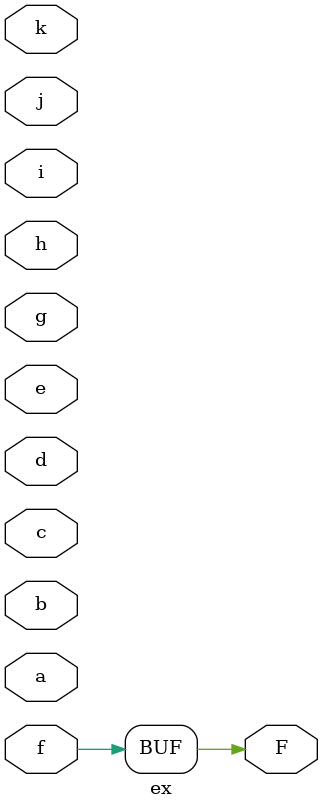
<source format=v>

module ex ( 
    a, b, c, d, e, f, g, h, i, j, k,
    F  );
  input  a, b, c, d, e, f, g, h, i, j, k;
  output F;
  assign F = f;
endmodule



</source>
